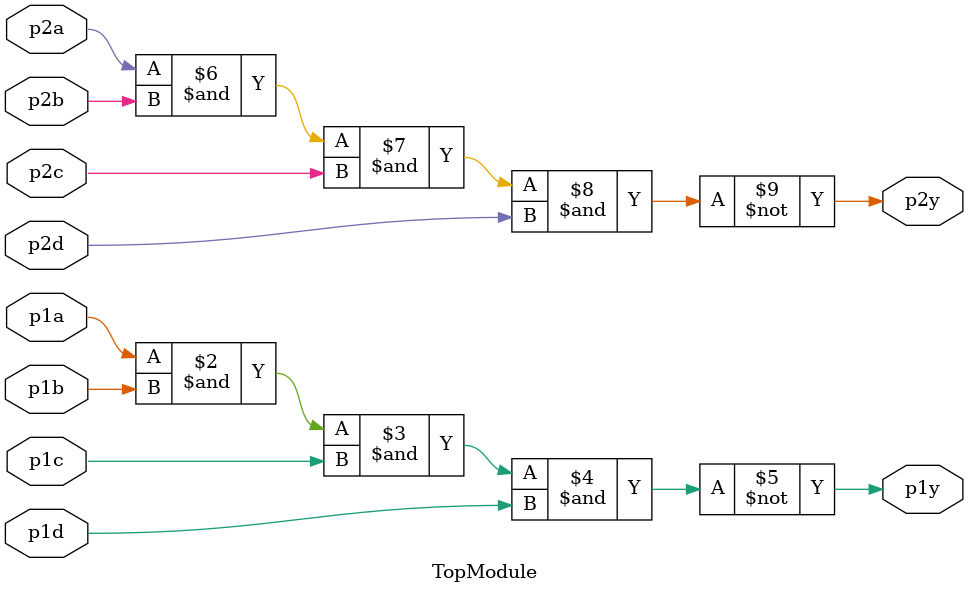
<source format=sv>

module TopModule (
  input p1a, // Positive clock/clk
  input p1b, // Positive clock/clk
  input p1c, // Positive clock/clk
  input p1d, // Negative clock/clk (active-low)
  output p1y, // Output of NAND gate
  input p2a, // Positive clock/clk
  input p2b, // Positive clock/clk
  input p2c, // Positive clock/clk
  input p2d, // Negative clock/clk (active-low)
  output p2y // Output of NAND gate
);

    always @(*) begin
        // Compute the outputs
        p1y <= ~(p1a & p1b & p1c & p1d);
        p2y <= ~(p2a & p2b & p2c & p2d);
    end

endmodule

// VERILOG-EVAL: errant inclusion of module definition

</source>
